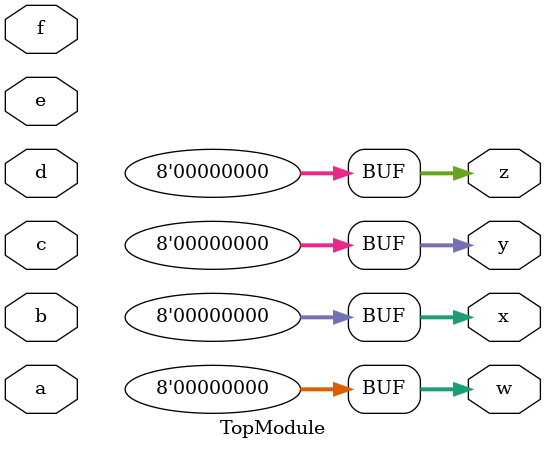
<source format=v>
module TopModule (
  input [4:0] a,
  input [4:0] b,
  input [4:0] c,
  input [4:0] d,
  input [4:0] e,
  input [4:0] f,
  output [7:0] w,
  output [7:0] x,
  output [7:0] y,
  output [7:0] z
);

  // Module body - leave empty or add minimal placeholder logic
  // Example:
  assign w = 0;
  assign x = 0;
  assign y = 0;
  assign z = 0;

endmodule
</source>
